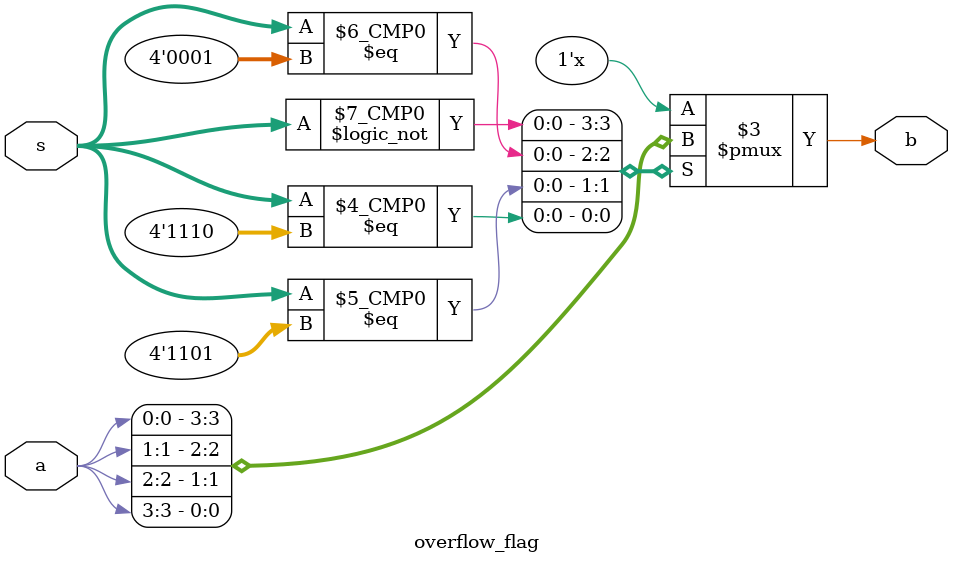
<source format=v>
module overflow_flag(a,s,b);
input [3:0]a,s;
output b;
reg b;
always @(*)
begin
case(s)
4'b0000:b=a[0];
4'b0001:b=a[1];
4'b1101:b=a[2];
4'b1110:b=a[3];
endcase
end
endmodule

</source>
